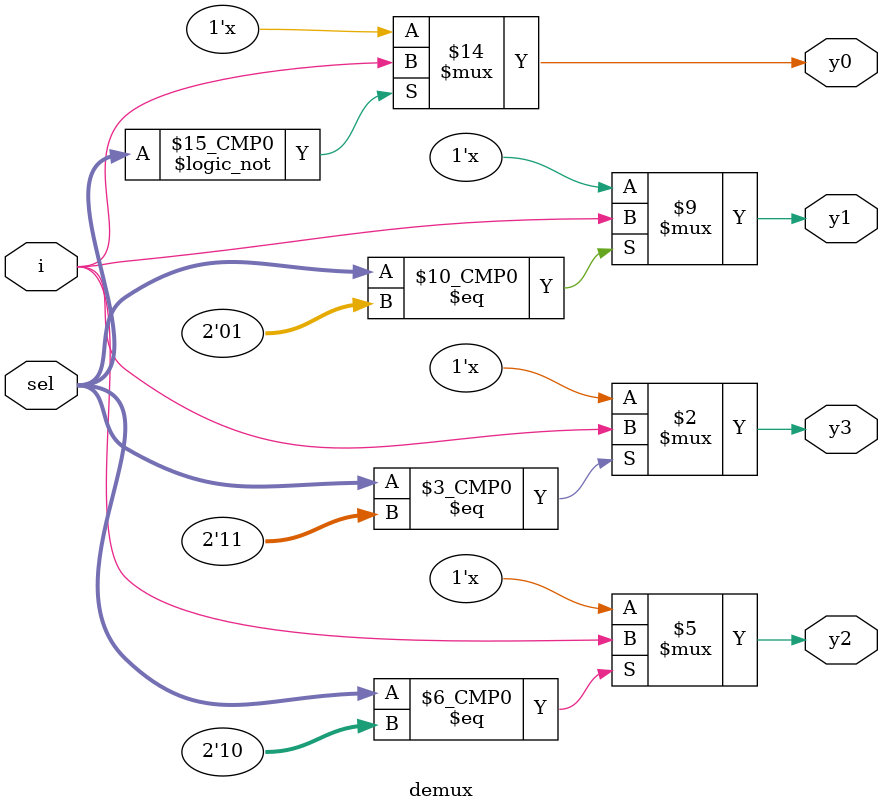
<source format=v>
module demux(i,sel,y3,y2,y1,y0);

input i;

input [1:0]sel;

output y3,y2,y1,y0;

reg y0,y1,y2,y3;

always @(i,sel)

begin

case(sel)

2'b00:begin y0=i;y1=1'bX;y2=1'bX;y3=1'bX;end
2'b01:begin y0=1'bX;y1=i;y2=1'bX;y3=1'bX;end
2'b10:begin y0=1'bX;y1=1'bX;y2=i;y3=1'bX;end
2'b11:begin y0=1'bX;y1=1'bX;y2=1'bX;y3=i;end

default: begin y0=1'bX;y1=1'bX;y2=1'bX;y3=1'bX; end

endcase

end

endmodule
</source>
